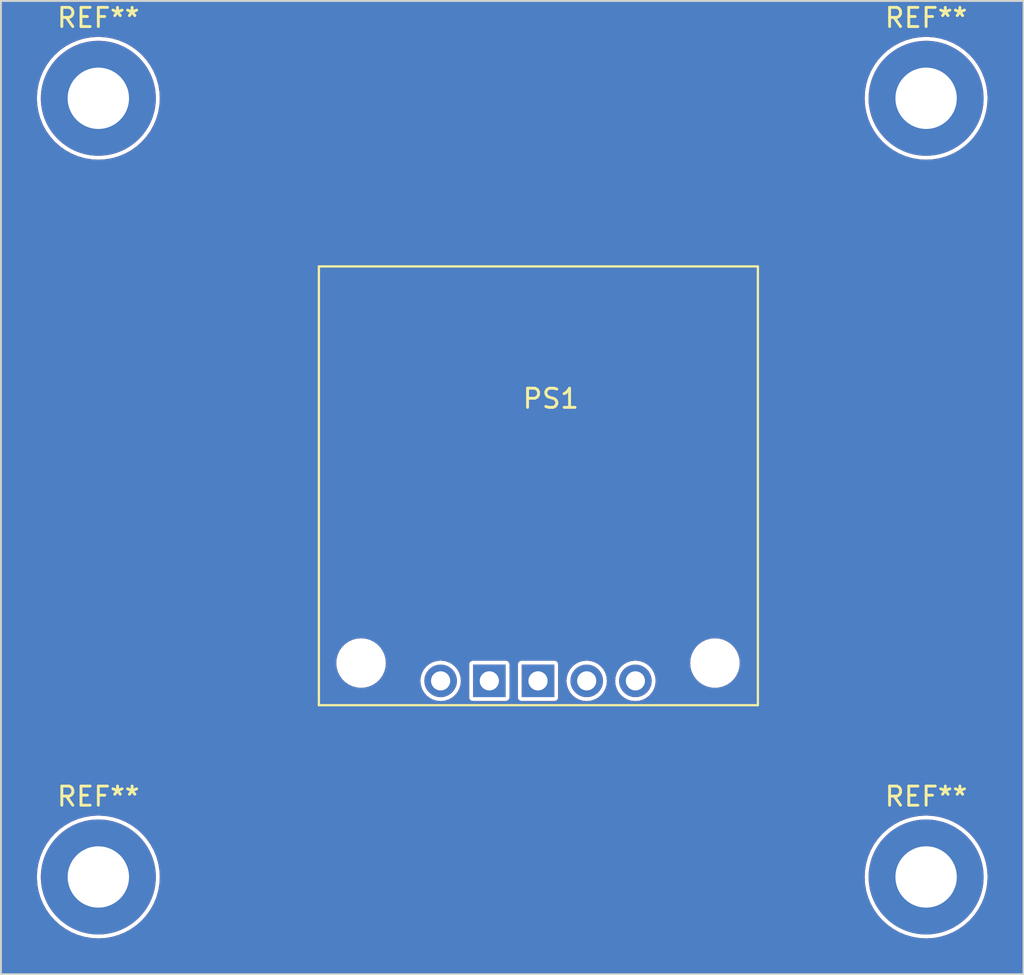
<source format=kicad_pcb>
(kicad_pcb (version 20221018) (generator pcbnew)
  (layers (0 "F.Cu" signal) (31 "B.Cu" signal) (34 "B.Paste" user) (35 "F.Paste" user) (36 "B.SilkS" user "B.Silkscreen") (37 "F.SilkS" user "F.Silkscreen") (38 "B.Mask" user) (39 "F.Mask" user) (44 "Edge.Cuts" user))
  (net 0 "")
  (footprint "twyleg-mechanical:MountingHole_3.2mm_M3" (layer "F.Cu") (at 104.14 96.52)
    (fp_text reference "REF**" (at 0 -4.2) (layer "F.SilkS"))
    (fp_text value "MP_MountingHole_3.2mm_M3" hide)
    (pad "" np_thru_hole circle (at 0 0) (size 6 6) (drill 3.2) (layers "F&B.Cu" "*.Mask"))
  )
  (footprint "twyleg-voltage-regulators:Polulu-S13V30F5" (layer "F.Cu") (at 115.645 87.555)
    (fp_text reference "PS1" (at 12.1 -16 unlocked) (layer "F.SilkS"))
    (fp_text value "Polulu-S13V30F5")
    (fp_line (start 0 -22.9) (end 0 0) (stroke (width 0.12)) (layer "F.SilkS"))
    (fp_line (start 0 0) (end 22.9 0) (stroke (width 0.12)) (layer "F.SilkS"))
    (fp_line (start 22.9 -22.9) (end 0 -22.9) (stroke (width 0.12)) (layer "F.SilkS"))
    (fp_line (start 22.9 0) (end 22.9 -22.9) (stroke (width 0.12)) (layer "F.SilkS"))
    (pad "" np_thru_hole circle (at 2.2 -2.2 90) (size 2.18 2.18) (drill 2.18) (layers "F&B.Cu" "*.Mask"))
    (pad "" np_thru_hole circle (at 20.66 -2.2 90) (size 2.18 2.18) (drill 2.18) (layers "F&B.Cu" "*.Mask"))
    (pad "1" thru_hole circle (at 6.35 -1.27) (size 1.7 1.7) (drill 1) (layers "*.Cu" "*.Mask"))
    (pad "2" thru_hole rect (at 8.89 -1.27) (size 1.7 1.7) (drill 1) (layers "*.Cu" "*.Mask"))
    (pad "3" thru_hole rect (at 11.43 -1.27) (size 1.7 1.7) (drill 1) (layers "*.Cu" "*.Mask"))
    (pad "4" thru_hole circle (at 13.97 -1.27) (size 1.7 1.7) (drill 1) (layers "*.Cu" "*.Mask"))
    (pad "5" thru_hole circle (at 16.51 -1.27 90) (size 1.7 1.7) (drill 1) (layers "*.Cu" "*.Mask"))
  )
  (footprint "twyleg-mechanical:MountingHole_3.2mm_M3" (layer "F.Cu") (at 147.32 96.52)
    (fp_text reference "REF**" (at 0 -4.2) (layer "F.SilkS"))
    (fp_text value "MP_MountingHole_3.2mm_M3" hide)
    (pad "" np_thru_hole circle (at 0 0) (size 6 6) (drill 3.2) (layers "F&B.Cu" "*.Mask"))
  )
  (footprint "twyleg-mechanical:MountingHole_3.2mm_M3" (layer "F.Cu") (at 104.14 55.88)
    (fp_text reference "REF**" (at 0 -4.2) (layer "F.SilkS"))
    (fp_text value "MP_MountingHole_3.2mm_M3" hide)
    (pad "" np_thru_hole circle (at 0 0) (size 6 6) (drill 3.2) (layers "F&B.Cu" "*.Mask"))
  )
  (footprint "twyleg-mechanical:MountingHole_3.2mm_M3" (layer "F.Cu") (at 147.32 55.88)
    (fp_text reference "REF**" (at 0 -4.2) (layer "F.SilkS"))
    (fp_text value "MP_MountingHole_3.2mm_M3" hide)
    (pad "" np_thru_hole circle (at 0 0) (size 6 6) (drill 3.2) (layers "F&B.Cu" "*.Mask"))
  )
  (gr_rect (start 99.06 50.8) (end 152.4 101.6) (stroke (width 0.1)) (fill none) (layer "Edge.Cuts"))
  (zone (net 0) (net_name "") (layers "F&B.Cu") (name "GND") (connect_pads (clearance 0.2)) (min_thickness 0.2) (fill yes (thermal_gap 0.5) (thermal_bridge_width 0.5) (island_removal_mode 1) (island_area_min 10))
    (polygon (pts (xy 99.06 50.8) (xy 152.4 50.8) (xy 152.4 101.6) (xy 99.06 101.6)))
  )
)
</source>
